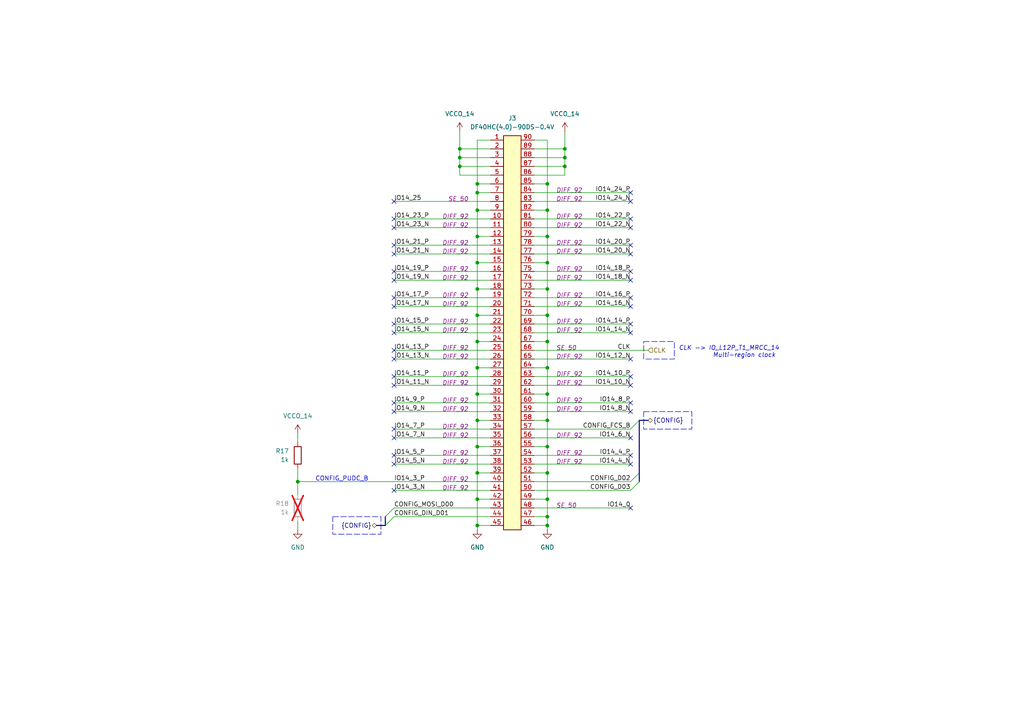
<source format=kicad_sch>
(kicad_sch (version 20250114) (generator "eeschema") (generator_version "9.0")
  (paper "A4")
  (title_block (title "nuku.carrier.template.basic") (date "2025-06-09") (rev "0") (company "Samuel López Asunción") (comment 1 "@supersmau"))
  (lib_symbols
    (symbol "DF40HC(4.0)-90DS-0.4V_1"
      (property "Reference" "J" (at 0 3.81 0))
      (property "Value" "DF40HC(4.0)-90DS-0.4V" (at 0 1.27 0))
      (symbol "DF40HC(4.0)-90DS-0.4V_1_0_1"
        (rectangle (start 0 0) (end 5.08 -114.3) (stroke (width 0.254)) (fill (type background)))
      )
      (symbol "DF40HC(4.0)-90DS-0.4V_1_1_1"
        (pin passive line (at -3.81 -1.27 0) (length 3.81) (name "") (number "1"))
        (pin passive line (at -3.81 -3.81 0) (length 3.81) (name "") (number "2"))
        (pin passive line (at -3.81 -6.35 0) (length 3.81) (name "") (number "3"))
        (pin passive line (at -3.81 -8.89 0) (length 3.81) (name "") (number "4"))
        (pin passive line (at -3.81 -11.43 0) (length 3.81) (name "") (number "5"))
        (pin passive line (at -3.81 -13.97 0) (length 3.81) (name "") (number "6"))
        (pin passive line (at -3.81 -16.51 0) (length 3.81) (name "") (number "7"))
        (pin passive line (at -3.81 -19.05 0) (length 3.81) (name "") (number "8"))
        (pin passive line (at -3.81 -21.59 0) (length 3.81) (name "") (number "9"))
        (pin passive line (at -3.81 -24.13 0) (length 3.81) (name "") (number "10"))
        (pin passive line (at -3.81 -26.67 0) (length 3.81) (name "") (number "11"))
        (pin passive line (at -3.81 -29.21 0) (length 3.81) (name "") (number "12"))
        (pin passive line (at -3.81 -31.75 0) (length 3.81) (name "") (number "13"))
        (pin passive line (at -3.81 -34.29 0) (length 3.81) (name "") (number "14"))
        (pin passive line (at -3.81 -36.83 0) (length 3.81) (name "") (number "15"))
        (pin passive line (at -3.81 -39.37 0) (length 3.81) (name "") (number "16"))
        (pin passive line (at -3.81 -41.91 0) (length 3.81) (name "") (number "17"))
        (pin passive line (at -3.81 -44.45 0) (length 3.81) (name "") (number "18"))
        (pin passive line (at -3.81 -46.99 0) (length 3.81) (name "") (number "19"))
        (pin passive line (at -3.81 -49.53 0) (length 3.81) (name "") (number "20"))
        (pin passive line (at -3.81 -52.07 0) (length 3.81) (name "") (number "21"))
        (pin passive line (at -3.81 -54.61 0) (length 3.81) (name "") (number "22"))
        (pin passive line (at -3.81 -57.15 0) (length 3.81) (name "") (number "23"))
        (pin passive line (at -3.81 -59.69 0) (length 3.81) (name "") (number "24"))
        (pin passive line (at -3.81 -62.23 0) (length 3.81) (name "") (number "25"))
        (pin passive line (at -3.81 -64.77 0) (length 3.81) (name "") (number "26"))
        (pin passive line (at -3.81 -67.31 0) (length 3.81) (name "") (number "27"))
        (pin passive line (at -3.81 -69.85 0) (length 3.81) (name "") (number "28"))
        (pin passive line (at -3.81 -72.39 0) (length 3.81) (name "") (number "29"))
        (pin passive line (at -3.81 -74.93 0) (length 3.81) (name "") (number "30"))
        (pin passive line (at -3.81 -77.47 0) (length 3.81) (name "") (number "31"))
        (pin passive line (at -3.81 -80.01 0) (length 3.81) (name "") (number "32"))
        (pin passive line (at -3.81 -82.55 0) (length 3.81) (name "") (number "33"))
        (pin passive line (at -3.81 -85.09 0) (length 3.81) (name "") (number "34"))
        (pin passive line (at -3.81 -87.63 0) (length 3.81) (name "") (number "35"))
        (pin passive line (at -3.81 -90.17 0) (length 3.81) (name "") (number "36"))
        (pin passive line (at -3.81 -92.71 0) (length 3.81) (name "") (number "37"))
        (pin passive line (at -3.81 -95.25 0) (length 3.81) (name "") (number "38"))
        (pin passive line (at -3.81 -97.79 0) (length 3.81) (name "") (number "39"))
        (pin passive line (at -3.81 -100.33 0) (length 3.81) (name "") (number "40"))
        (pin passive line (at -3.81 -102.87 0) (length 3.81) (name "") (number "41"))
        (pin passive line (at -3.81 -105.41 0) (length 3.81) (name "") (number "42"))
        (pin passive line (at -3.81 -107.95 0) (length 3.81) (name "") (number "43"))
        (pin passive line (at -3.81 -110.49 0) (length 3.81) (name "") (number "44"))
        (pin passive line (at -3.81 -113.03 0) (length 3.81) (name "") (number "45"))
        (pin passive line (at 8.89 -1.27 180) (length 3.81) (name "") (number "90"))
        (pin passive line (at 8.89 -3.81 180) (length 3.81) (name "") (number "89"))
        (pin passive line (at 8.89 -6.35 180) (length 3.81) (name "") (number "88"))
        (pin passive line (at 8.89 -8.89 180) (length 3.81) (name "") (number "87"))
        (pin passive line (at 8.89 -11.43 180) (length 3.81) (name "") (number "86"))
        (pin passive line (at 8.89 -13.97 180) (length 3.81) (name "") (number "85"))
        (pin passive line (at 8.89 -16.51 180) (length 3.81) (name "") (number "84"))
        (pin passive line (at 8.89 -19.05 180) (length 3.81) (name "") (number "83"))
        (pin passive line (at 8.89 -21.59 180) (length 3.81) (name "") (number "82"))
        (pin passive line (at 8.89 -24.13 180) (length 3.81) (name "") (number "81"))
        (pin passive line (at 8.89 -26.67 180) (length 3.81) (name "") (number "80"))
        (pin passive line (at 8.89 -29.21 180) (length 3.81) (name "") (number "79"))
        (pin passive line (at 8.89 -31.75 180) (length 3.81) (name "") (number "78"))
        (pin passive line (at 8.89 -34.29 180) (length 3.81) (name "") (number "77"))
        (pin passive line (at 8.89 -36.83 180) (length 3.81) (name "") (number "76"))
        (pin passive line (at 8.89 -39.37 180) (length 3.81) (name "") (number "75"))
        (pin passive line (at 8.89 -41.91 180) (length 3.81) (name "") (number "74"))
        (pin passive line (at 8.89 -44.45 180) (length 3.81) (name "") (number "73"))
        (pin passive line (at 8.89 -46.99 180) (length 3.81) (name "") (number "72"))
        (pin passive line (at 8.89 -49.53 180) (length 3.81) (name "") (number "71"))
        (pin passive line (at 8.89 -52.07 180) (length 3.81) (name "") (number "70"))
        (pin passive line (at 8.89 -54.61 180) (length 3.81) (name "") (number "69"))
        (pin passive line (at 8.89 -57.15 180) (length 3.81) (name "") (number "68"))
        (pin passive line (at 8.89 -59.69 180) (length 3.81) (name "") (number "67"))
        (pin passive line (at 8.89 -62.23 180) (length 3.81) (name "") (number "66"))
        (pin passive line (at 8.89 -64.77 180) (length 3.81) (name "") (number "65"))
        (pin passive line (at 8.89 -67.31 180) (length 3.81) (name "") (number "64"))
        (pin passive line (at 8.89 -69.85 180) (length 3.81) (name "") (number "63"))
        (pin passive line (at 8.89 -72.39 180) (length 3.81) (name "") (number "62"))
        (pin passive line (at 8.89 -74.93 180) (length 3.81) (name "") (number "61"))
        (pin passive line (at 8.89 -77.47 180) (length 3.81) (name "") (number "60"))
        (pin passive line (at 8.89 -80.01 180) (length 3.81) (name "") (number "59"))
        (pin passive line (at 8.89 -82.55 180) (length 3.81) (name "") (number "58"))
        (pin passive line (at 8.89 -85.09 180) (length 3.81) (name "") (number "57"))
        (pin passive line (at 8.89 -87.63 180) (length 3.81) (name "") (number "56"))
        (pin passive line (at 8.89 -90.17 180) (length 3.81) (name "") (number "55"))
        (pin passive line (at 8.89 -92.71 180) (length 3.81) (name "") (number "54"))
        (pin passive line (at 8.89 -95.25 180) (length 3.81) (name "") (number "53"))
        (pin passive line (at 8.89 -97.79 180) (length 3.81) (name "") (number "52"))
        (pin passive line (at 8.89 -100.33 180) (length 3.81) (name "") (number "51"))
        (pin passive line (at 8.89 -102.87 180) (length 3.81) (name "") (number "50"))
        (pin passive line (at 8.89 -105.41 180) (length 3.81) (name "") (number "49"))
        (pin passive line (at 8.89 -107.95 180) (length 3.81) (name "") (number "48"))
        (pin passive line (at 8.89 -110.49 180) (length 3.81) (name "") (number "47"))
        (pin passive line (at 8.89 -113.03 180) (length 3.81) (name "") (number "46"))
      )
    )
    (symbol "Device:R" (pin_numbers (hide yes)) (pin_names (offset 0))
      (property "Reference" "R" (at 2.032 0 90))
      (property "Value" "R" (at 0 0 90))
      (symbol "R_0_1"
        (rectangle (start -1.016 -2.54) (end 1.016 2.54) (stroke (width 0.254)))
      )
      (symbol "R_1_1"
        (pin passive line (at 0 3.81 270) (length 1.27) (name "~") (number "1"))
        (pin passive line (at 0 -3.81 90) (length 1.27) (name "~") (number "2"))
      )
    )
    (symbol "power:GND" (power) (pin_numbers (hide yes)) (pin_names (offset 0) (hide yes))
      (property "Value" "GND" (at 0 -3.81 0))
      (symbol "GND_0_1"
        (polyline (pts (xy 0 0) (xy 0 -1.27) (xy 1.27 -1.27) (xy 0 -2.54) (xy -1.27 -1.27) (xy 0 -1.27)))
      )
      (symbol "GND_1_1"
        (pin power_in line (at 0 0 270) (length 0) (name "~") (number "1"))
      )
    )
    (symbol "power:VCC" (power) (pin_numbers (hide yes)) (pin_names (offset 0) (hide yes))
      (property "Value" "VCC" (at 0 3.556 0))
      (symbol "VCC_0_1"
        (polyline (pts (xy -0.762 1.27) (xy 0 2.54)))
        (polyline (pts (xy 0 2.54) (xy 0.762 1.27)))
        (polyline (pts (xy 0 0) (xy 0 2.54)))
      )
      (symbol "VCC_1_1"
        (pin power_in line (at 0 0 90) (length 0) (name "~") (number "1"))
      )
    )
  )
  (rectangle (start 186.69 99.06) (end 195.58 104.14) (stroke (width 0) (type dash)))
  (rectangle (start 96.52 149.86) (end 110.49 154.94) (stroke (width 0) (type dash)))
  (rectangle (start 186.69 119.38) (end 200.66 124.46) (stroke (width 0) (type dash)))
  (text "CONFIG_PUDC_B" (at 91.44 139.7 0) (effects (font (size 1.27 1.27)) (justify left bottom)))
  (text "CLK -> IO_L12P_T1_MRCC_14\n		Multi-region clock" (at 196.85 100.33 0) (effects (font (size 1.27 1.27) (italic yes)) (justify left top)))
  (junction (at 163.83 43.18))
  (junction (at 158.75 106.68))
  (junction (at 138.43 129.54))
  (junction (at 163.83 48.26))
  (junction (at 158.75 149.86))
  (junction (at 158.75 68.58))
  (junction (at 138.43 121.92))
  (junction (at 138.43 83.82))
  (junction (at 138.43 60.96))
  (junction (at 158.75 114.3))
  (junction (at 158.75 53.34))
  (junction (at 133.35 45.72))
  (junction (at 158.75 83.82))
  (junction (at 138.43 152.4))
  (junction (at 138.43 144.78))
  (junction (at 158.75 91.44))
  (junction (at 158.75 76.2))
  (junction (at 138.43 106.68))
  (junction (at 158.75 144.78))
  (junction (at 158.75 137.16))
  (junction (at 158.75 121.92))
  (junction (at 138.43 114.3))
  (junction (at 133.35 48.26))
  (junction (at 158.75 129.54))
  (junction (at 138.43 91.44))
  (junction (at 158.75 60.96))
  (junction (at 158.75 152.4))
  (junction (at 138.43 55.88))
  (junction (at 138.43 99.06))
  (junction (at 133.35 43.18))
  (junction (at 86.36 139.7))
  (junction (at 163.83 45.72))
  (junction (at 138.43 137.16))
  (junction (at 138.43 76.2))
  (junction (at 138.43 68.58))
  (junction (at 158.75 99.06))
  (junction (at 138.43 53.34))
  (no_connect (at 182.88 81.28))
  (no_connect (at 114.3 88.9))
  (no_connect (at 182.88 109.22))
  (no_connect (at 114.3 78.74))
  (no_connect (at 114.3 81.28))
  (no_connect (at 182.88 119.38))
  (no_connect (at 182.88 66.04))
  (no_connect (at 182.88 55.88))
  (no_connect (at 114.3 86.36))
  (no_connect (at 182.88 73.66))
  (no_connect (at 182.88 132.08))
  (no_connect (at 182.88 58.42))
  (no_connect (at 114.3 109.22))
  (no_connect (at 182.88 78.74))
  (no_connect (at 182.88 88.9))
  (no_connect (at 114.3 142.24))
  (no_connect (at 114.3 134.62))
  (no_connect (at 114.3 116.84))
  (no_connect (at 182.88 116.84))
  (no_connect (at 114.3 66.04))
  (no_connect (at 182.88 63.5))
  (no_connect (at 182.88 71.12))
  (no_connect (at 114.3 104.14))
  (no_connect (at 182.88 134.62))
  (no_connect (at 114.3 127))
  (no_connect (at 114.3 96.52))
  (no_connect (at 114.3 124.46))
  (no_connect (at 182.88 127))
  (no_connect (at 182.88 147.32))
  (no_connect (at 182.88 96.52))
  (no_connect (at 182.88 93.98))
  (no_connect (at 114.3 71.12))
  (no_connect (at 114.3 63.5))
  (no_connect (at 114.3 111.76))
  (no_connect (at 114.3 132.08))
  (no_connect (at 114.3 58.42))
  (no_connect (at 114.3 119.38))
  (no_connect (at 182.88 111.76))
  (no_connect (at 182.88 104.14))
  (no_connect (at 182.88 86.36))
  (no_connect (at 114.3 101.6))
  (no_connect (at 114.3 73.66))
  (no_connect (at 114.3 93.98))
  (bus_entry (at 185.42 137.16) (size -2.54 2.54))
  (bus_entry (at 111.76 152.4) (size 2.54 -2.54))
  (bus_entry (at 111.76 149.86) (size 2.54 -2.54))
  (bus_entry (at 185.42 121.92) (size -2.54 2.54))
  (bus_entry (at 185.42 139.7) (size -2.54 2.54))
  (wire (pts (xy 154.94 111.76) (xy 182.88 111.76)))
  (wire (pts (xy 158.75 40.64) (xy 158.75 53.34)))
  (bus (pts (xy 185.42 121.92) (xy 185.42 137.16)))
  (wire (pts (xy 154.94 139.7) (xy 182.88 139.7)))
  (wire (pts (xy 138.43 99.06) (xy 138.43 91.44)))
  (wire (pts (xy 158.75 60.96) (xy 154.94 60.96)))
  (wire (pts (xy 154.94 73.66) (xy 182.88 73.66)))
  (wire (pts (xy 138.43 68.58) (xy 142.24 68.58)))
  (wire (pts (xy 114.3 66.04) (xy 142.24 66.04)))
  (wire (pts (xy 138.43 76.2) (xy 138.43 68.58)))
  (wire (pts (xy 138.43 40.64) (xy 138.43 53.34)))
  (wire (pts (xy 154.94 58.42) (xy 182.88 58.42)))
  (wire (pts (xy 154.94 147.32) (xy 182.88 147.32)))
  (wire (pts (xy 86.36 125.73) (xy 86.36 128.27)))
  (wire (pts (xy 114.3 78.74) (xy 142.24 78.74)))
  (wire (pts (xy 158.75 114.3) (xy 158.75 121.92)))
  (wire (pts (xy 158.75 99.06) (xy 158.75 106.68)))
  (wire (pts (xy 154.94 78.74) (xy 182.88 78.74)))
  (wire (pts (xy 154.94 104.14) (xy 182.88 104.14)))
  (wire (pts (xy 154.94 81.28) (xy 182.88 81.28)))
  (wire (pts (xy 138.43 83.82) (xy 138.43 76.2)))
  (wire (pts (xy 138.43 83.82) (xy 142.24 83.82)))
  (wire (pts (xy 158.75 83.82) (xy 158.75 76.2)))
  (wire (pts (xy 133.35 43.18) (xy 133.35 45.72)))
  (wire (pts (xy 158.75 144.78) (xy 158.75 149.86)))
  (wire (pts (xy 114.3 71.12) (xy 142.24 71.12)))
  (wire (pts (xy 158.75 76.2) (xy 158.75 68.58)))
  (bus (pts (xy 111.76 152.4) (xy 111.76 149.86)))
  (wire (pts (xy 142.24 40.64) (xy 138.43 40.64)))
  (wire (pts (xy 138.43 68.58) (xy 138.43 60.96)))
  (wire (pts (xy 154.94 96.52) (xy 182.88 96.52)))
  (wire (pts (xy 154.94 134.62) (xy 182.88 134.62)))
  (wire (pts (xy 114.3 73.66) (xy 142.24 73.66)))
  (wire (pts (xy 158.75 152.4) (xy 158.75 153.67)))
  (wire (pts (xy 114.3 142.24) (xy 142.24 142.24)))
  (wire (pts (xy 154.94 116.84) (xy 182.88 116.84)))
  (wire (pts (xy 138.43 114.3) (xy 142.24 114.3)))
  (wire (pts (xy 114.3 86.36) (xy 142.24 86.36)))
  (wire (pts (xy 138.43 99.06) (xy 138.43 106.68)))
  (wire (pts (xy 158.75 106.68) (xy 158.75 114.3)))
  (wire (pts (xy 114.3 88.9) (xy 142.24 88.9)))
  (wire (pts (xy 138.43 91.44) (xy 142.24 91.44)))
  (wire (pts (xy 138.43 60.96) (xy 142.24 60.96)))
  (wire (pts (xy 154.94 86.36) (xy 182.88 86.36)))
  (wire (pts (xy 158.75 129.54) (xy 154.94 129.54)))
  (wire (pts (xy 158.75 91.44) (xy 154.94 91.44)))
  (wire (pts (xy 138.43 55.88) (xy 142.24 55.88)))
  (wire (pts (xy 138.43 53.34) (xy 142.24 53.34)))
  (wire (pts (xy 114.3 81.28) (xy 142.24 81.28)))
  (wire (pts (xy 163.83 48.26) (xy 163.83 45.72)))
  (wire (pts (xy 154.94 93.98) (xy 182.88 93.98)))
  (wire (pts (xy 133.35 45.72) (xy 142.24 45.72)))
  (wire (pts (xy 158.75 144.78) (xy 154.94 144.78)))
  (wire (pts (xy 154.94 101.6) (xy 187.96 101.6)))
  (wire (pts (xy 114.3 63.5) (xy 142.24 63.5)))
  (wire (pts (xy 158.75 99.06) (xy 158.75 91.44)))
  (wire (pts (xy 138.43 76.2) (xy 142.24 76.2)))
  (wire (pts (xy 114.3 147.32) (xy 142.24 147.32)))
  (wire (pts (xy 138.43 137.16) (xy 138.43 144.78)))
  (wire (pts (xy 86.36 139.7) (xy 142.24 139.7)))
  (wire (pts (xy 154.94 63.5) (xy 182.88 63.5)))
  (wire (pts (xy 158.75 137.16) (xy 154.94 137.16)))
  (wire (pts (xy 114.3 119.38) (xy 142.24 119.38)))
  (wire (pts (xy 154.94 48.26) (xy 163.83 48.26)))
  (wire (pts (xy 163.83 43.18) (xy 163.83 45.72)))
  (wire (pts (xy 142.24 106.68) (xy 138.43 106.68)))
  (wire (pts (xy 158.75 129.54) (xy 158.75 137.16)))
  (wire (pts (xy 138.43 99.06) (xy 142.24 99.06)))
  (wire (pts (xy 114.3 132.08) (xy 142.24 132.08)))
  (wire (pts (xy 154.94 132.08) (xy 182.88 132.08)))
  (wire (pts (xy 158.75 68.58) (xy 154.94 68.58)))
  (wire (pts (xy 114.3 93.98) (xy 142.24 93.98)))
  (wire (pts (xy 154.94 142.24) (xy 182.88 142.24)))
  (wire (pts (xy 154.94 106.68) (xy 158.75 106.68)))
  (wire (pts (xy 133.35 50.8) (xy 142.24 50.8)))
  (wire (pts (xy 138.43 144.78) (xy 138.43 152.4)))
  (wire (pts (xy 138.43 60.96) (xy 138.43 55.88)))
  (wire (pts (xy 133.35 50.8) (xy 133.35 48.26)))
  (wire (pts (xy 158.75 53.34) (xy 158.75 60.96)))
  (bus (pts (xy 109.22 152.4) (xy 111.76 152.4)))
  (wire (pts (xy 138.43 129.54) (xy 138.43 137.16)))
  (wire (pts (xy 138.43 137.16) (xy 142.24 137.16)))
  (bus (pts (xy 185.42 137.16) (xy 185.42 139.7)))
  (wire (pts (xy 138.43 144.78) (xy 142.24 144.78)))
  (wire (pts (xy 138.43 55.88) (xy 138.43 53.34)))
  (wire (pts (xy 138.43 114.3) (xy 138.43 121.92)))
  (wire (pts (xy 154.94 40.64) (xy 158.75 40.64)))
  (wire (pts (xy 154.94 124.46) (xy 182.88 124.46)))
  (wire (pts (xy 138.43 106.68) (xy 138.43 114.3)))
  (wire (pts (xy 154.94 45.72) (xy 163.83 45.72)))
  (wire (pts (xy 114.3 111.76) (xy 142.24 111.76)))
  (wire (pts (xy 138.43 152.4) (xy 138.43 153.67)))
  (wire (pts (xy 154.94 109.22) (xy 182.88 109.22)))
  (wire (pts (xy 138.43 91.44) (xy 138.43 83.82)))
  (bus (pts (xy 187.96 121.92) (xy 185.42 121.92)))
  (wire (pts (xy 133.35 43.18) (xy 142.24 43.18)))
  (wire (pts (xy 86.36 139.7) (xy 86.36 143.51)))
  (wire (pts (xy 114.3 58.42) (xy 142.24 58.42)))
  (wire (pts (xy 154.94 71.12) (xy 182.88 71.12)))
  (wire (pts (xy 154.94 88.9) (xy 182.88 88.9)))
  (wire (pts (xy 138.43 121.92) (xy 138.43 129.54)))
  (wire (pts (xy 158.75 152.4) (xy 154.94 152.4)))
  (wire (pts (xy 154.94 50.8) (xy 163.83 50.8)))
  (wire (pts (xy 86.36 135.89) (xy 86.36 139.7)))
  (wire (pts (xy 154.94 119.38) (xy 182.88 119.38)))
  (wire (pts (xy 138.43 152.4) (xy 142.24 152.4)))
  (wire (pts (xy 114.3 116.84) (xy 142.24 116.84)))
  (wire (pts (xy 158.75 53.34) (xy 154.94 53.34)))
  (wire (pts (xy 158.75 137.16) (xy 158.75 144.78)))
  (wire (pts (xy 133.35 48.26) (xy 133.35 45.72)))
  (wire (pts (xy 114.3 104.14) (xy 142.24 104.14)))
  (wire (pts (xy 114.3 134.62) (xy 142.24 134.62)))
  (wire (pts (xy 138.43 129.54) (xy 142.24 129.54)))
  (wire (pts (xy 163.83 38.1) (xy 163.83 43.18)))
  (wire (pts (xy 114.3 109.22) (xy 142.24 109.22)))
  (wire (pts (xy 158.75 121.92) (xy 154.94 121.92)))
  (wire (pts (xy 158.75 121.92) (xy 158.75 129.54)))
  (wire (pts (xy 158.75 99.06) (xy 154.94 99.06)))
  (wire (pts (xy 154.94 43.18) (xy 163.83 43.18)))
  (wire (pts (xy 114.3 149.86) (xy 142.24 149.86)))
  (wire (pts (xy 133.35 38.1) (xy 133.35 43.18)))
  (wire (pts (xy 163.83 50.8) (xy 163.83 48.26)))
  (wire (pts (xy 154.94 127) (xy 182.88 127)))
  (wire (pts (xy 158.75 114.3) (xy 154.94 114.3)))
  (wire (pts (xy 114.3 96.52) (xy 142.24 96.52)))
  (wire (pts (xy 158.75 76.2) (xy 154.94 76.2)))
  (wire (pts (xy 86.36 151.13) (xy 86.36 153.67)))
  (wire (pts (xy 138.43 121.92) (xy 142.24 121.92)))
  (wire (pts (xy 154.94 66.04) (xy 182.88 66.04)))
  (wire (pts (xy 158.75 149.86) (xy 158.75 152.4)))
  (wire (pts (xy 133.35 48.26) (xy 142.24 48.26)))
  (wire (pts (xy 114.3 127) (xy 142.24 127)))
  (wire (pts (xy 154.94 55.88) (xy 182.88 55.88)))
  (wire (pts (xy 158.75 91.44) (xy 158.75 83.82)))
  (wire (pts (xy 114.3 101.6) (xy 142.24 101.6)))
  (wire (pts (xy 114.3 124.46) (xy 142.24 124.46)))
  (wire (pts (xy 154.94 149.86) (xy 158.75 149.86)))
  (wire (pts (xy 158.75 83.82) (xy 154.94 83.82)))
  (wire (pts (xy 158.75 68.58) (xy 158.75 60.96)))
  (label "IO14_10_P" (at 182.88 109.22 180) (property "Netclass" "DIFF_92" (at 161.29 109.22 0) (effects (font (italic yes)) (justify left bottom))))
  (label "IO14_17_N" (at 114.3 88.9 0) (property "Netclass" "DIFF_92" (at 135.89 88.9 0) (effects (font (italic yes)) (justify right bottom))))
  (label "IO14_15_N" (at 114.3 96.52 0) (property "Netclass" "DIFF_92" (at 135.89 96.52 0) (effects (font (italic yes)) (justify right bottom))))
  (label "CONFIG_D03" (at 182.88 142.24 180))
  (label "IO14_17_P" (at 114.3 86.36 0) (property "Netclass" "DIFF_92" (at 135.89 86.36 0) (effects (font (italic yes)) (justify right bottom))))
  (label "IO14_18_P" (at 182.88 78.74 180) (property "Netclass" "DIFF_92" (at 161.29 78.74 0) (effects (font (italic yes)) (justify left bottom))))
  (label "IO14_25" (at 114.3 58.42 0) (property "Netclass" "SE_50" (at 135.89 58.42 0) (effects (font (italic yes)) (justify right bottom))))
  (label "IO14_21_N" (at 114.3 73.66 0) (property "Netclass" "DIFF_92" (at 135.89 73.66 0) (effects (font (italic yes)) (justify right bottom))))
  (label "IO14_12_N" (at 182.88 104.14 180) (property "Netclass" "DIFF_92" (at 161.29 104.14 0) (effects (font (italic yes)) (justify left bottom))))
  (label "CONFIG_MOSI_D00" (at 114.3 147.32 0))
  (label "IO14_13_P" (at 114.3 101.6 0) (property "Netclass" "DIFF_92" (at 135.89 101.6 0) (effects (font (italic yes)) (justify right bottom))))
  (label "IO14_11_N" (at 114.3 111.76 0) (property "Netclass" "DIFF_92" (at 135.89 111.76 0) (effects (font (italic yes)) (justify right bottom))))
  (label "IO14_22_N" (at 182.88 66.04 180) (property "Netclass" "DIFF_92" (at 161.29 66.04 0) (effects (font (italic yes)) (justify left bottom))))
  (label "IO14_23_N" (at 114.3 66.04 0) (property "Netclass" "DIFF_92" (at 135.89 66.04 0) (effects (font (italic yes)) (justify right bottom))))
  (label "IO14_19_N" (at 114.3 81.28 0) (property "Netclass" "DIFF_92" (at 135.89 81.28 0) (effects (font (italic yes)) (justify right bottom))))
  (label "IO14_9_P" (at 114.3 116.84 0) (property "Netclass" "DIFF_92" (at 135.89 116.84 0) (effects (font (italic yes)) (justify right bottom))))
  (label "IO14_8_N" (at 182.88 119.38 180) (property "Netclass" "DIFF_92" (at 161.29 119.38 0) (effects (font (italic yes)) (justify left bottom))))
  (label "CONFIG_DIN_D01" (at 114.3 149.86 0))
  (label "IO14_7_P" (at 114.3 124.46 0) (property "Netclass" "DIFF_92" (at 135.89 124.46 0) (effects (font (italic yes)) (justify right bottom))))
  (label "IO14_23_P" (at 114.3 63.5 0) (property "Netclass" "DIFF_92" (at 135.89 63.5 0) (effects (font (italic yes)) (justify right bottom))))
  (label "IO14_20_N" (at 182.88 73.66 180) (property "Netclass" "DIFF_92" (at 161.29 73.66 0) (effects (font (italic yes)) (justify left bottom))))
  (label "IO14_19_P" (at 114.3 78.74 0) (property "Netclass" "DIFF_92" (at 135.89 78.74 0) (effects (font (italic yes)) (justify right bottom))))
  (label "IO14_3_P" (at 114.3 139.7 0) (property "Netclass" "DIFF_92" (at 135.89 139.7 0) (effects (font (italic yes)) (justify right bottom))))
  (label "IO14_15_P" (at 114.3 93.98 0) (property "Netclass" "DIFF_92" (at 135.89 93.98 0) (effects (font (italic yes)) (justify right bottom))))
  (label "IO14_16_N" (at 182.88 88.9 180) (property "Netclass" "DIFF_92" (at 161.29 88.9 0) (effects (font (italic yes)) (justify left bottom))))
  (label "IO14_5_P" (at 114.3 132.08 0) (property "Netclass" "DIFF_92" (at 135.89 132.08 0) (effects (font (italic yes)) (justify right bottom))))
  (label "IO14_4_N" (at 182.88 134.62 180) (property "Netclass" "DIFF_92" (at 161.29 134.62 0) (effects (font (italic yes)) (justify left bottom))))
  (label "IO14_21_P" (at 114.3 71.12 0) (property "Netclass" "DIFF_92" (at 135.89 71.12 0) (effects (font (italic yes)) (justify right bottom))))
  (label "IO14_5_N" (at 114.3 134.62 0) (property "Netclass" "DIFF_92" (at 135.89 134.62 0) (effects (font (italic yes)) (justify right bottom))))
  (label "CONFIG_FCS_B" (at 182.88 124.46 180))
  (label "IO14_3_N" (at 114.3 142.24 0) (property "Netclass" "DIFF_92" (at 135.89 142.24 0) (effects (font (italic yes)) (justify right bottom))))
  (label "IO14_13_N" (at 114.3 104.14 0) (property "Netclass" "DIFF_92" (at 135.89 104.14 0) (effects (font (italic yes)) (justify right bottom))))
  (label "IO14_14_P" (at 182.88 93.98 180) (property "Netclass" "DIFF_92" (at 161.29 93.98 0) (effects (font (italic yes)) (justify left bottom))))
  (label "IO14_14_N" (at 182.88 96.52 180) (property "Netclass" "DIFF_92" (at 161.29 96.52 0) (effects (font (italic yes)) (justify left bottom))))
  (label "IO14_10_N" (at 182.88 111.76 180) (property "Netclass" "DIFF_92" (at 161.29 111.76 0) (effects (font (italic yes)) (justify left bottom))))
  (label "IO14_7_N" (at 114.3 127 0) (property "Netclass" "DIFF_92" (at 135.89 127 0) (effects (font (italic yes)) (justify right bottom))))
  (label "IO14_0" (at 182.88 147.32 180) (property "Netclass" "SE_50" (at 161.29 147.32 0) (effects (font (italic yes)) (justify left bottom))))
  (label "IO14_16_P" (at 182.88 86.36 180) (property "Netclass" "DIFF_92" (at 161.29 86.36 0) (effects (font (italic yes)) (justify left bottom))))
  (label "IO14_8_P" (at 182.88 116.84 180) (property "Netclass" "DIFF_92" (at 161.29 116.84 0) (effects (font (italic yes)) (justify left bottom))))
  (label "IO14_4_P" (at 182.88 132.08 180) (property "Netclass" "DIFF_92" (at 161.29 132.08 0) (effects (font (italic yes)) (justify left bottom))))
  (label "IO14_11_P" (at 114.3 109.22 0) (property "Netclass" "DIFF_92" (at 135.89 109.22 0) (effects (font (italic yes)) (justify right bottom))))
  (label "IO14_20_P" (at 182.88 71.12 180) (property "Netclass" "DIFF_92" (at 161.29 71.12 0) (effects (font (italic yes)) (justify left bottom))))
  (label "IO14_24_N" (at 182.88 58.42 180) (property "Netclass" "DIFF_92" (at 161.29 58.42 0) (effects (font (italic yes)) (justify left bottom))))
  (label "CLK" (at 182.88 101.6 180) (property "Netclass" "SE_50" (at 161.29 101.6 0) (effects (font (italic yes)) (justify left bottom))))
  (label "CONFIG_D02" (at 182.88 139.7 180))
  (label "IO14_24_P" (at 182.88 55.88 180) (property "Netclass" "DIFF_92" (at 161.29 55.88 0) (effects (font (italic yes)) (justify left bottom))))
  (label "IO14_22_P" (at 182.88 63.5 180) (property "Netclass" "DIFF_92" (at 161.29 63.5 0) (effects (font (italic yes)) (justify left bottom))))
  (label "IO14_9_N" (at 114.3 119.38 0) (property "Netclass" "DIFF_92" (at 135.89 119.38 0) (effects (font (italic yes)) (justify right bottom))))
  (label "IO14_6_N" (at 182.88 127 180) (property "Netclass" "DIFF_92" (at 161.29 127 0) (effects (font (italic yes)) (justify left bottom))))
  (label "IO14_18_N" (at 182.88 81.28 180) (property "Netclass" "DIFF_92" (at 161.29 81.28 0) (effects (font (italic yes)) (justify left bottom))))
  (hierarchical_label "{CONFIG}" (shape bidirectional) (at 187.96 121.92 0))
  (hierarchical_label "{CONFIG}" (shape bidirectional) (at 109.22 152.4 180))
  (hierarchical_label "CLK" (shape input) (at 187.96 101.6 0))
  (symbol (lib_id "power:VCC") (at 163.83 38.1 0) (unit 1)
    (property "Reference" "#PWR014" (effects (hide yes)))
    (property "Value" "VCCO_14" (at 163.83 33.02 0))
    (property "Description" "Power symbol creates a global label with name \"VCC\"" (effects (hide yes)))
  )
  (symbol (lib_id "power:GND") (at 158.75 153.67 0) (mirror y) (unit 1)
    (property "Reference" "#PWR018" (effects (hide yes)))
    (property "Value" "GND" (at 158.75 158.75 0))
    (property "Description" "Power symbol creates a global label with name \"GND\" , ground" (effects (hide yes)))
  )
  (symbol (lib_id "power:GND") (at 86.36 153.67 0) (mirror y) (unit 1)
    (property "Reference" "#PWR062" (effects (hide yes)))
    (property "Value" "GND" (at 86.36 158.75 0))
    (property "Description" "Power symbol creates a global label with name \"GND\" , ground" (effects (hide yes)))
  )
  (symbol (lib_id "Device:R") (at 86.36 147.32 0) (mirror x) (unit 1) (in_bom no) (dnp yes)
    (property "Reference" "R18" (at 83.82 146.0499 0) (effects (justify right)))
    (property "Value" "1k" (at 83.82 148.5899 0) (effects (justify right)))
    (property "Footprint" "Resistor_SMD:R_0402_1005Metric" (effects (hide yes)))
    (property "Description" "Resistor" (effects (hide yes)))
    (property "LCSC" "C11702" (effects (hide yes)))
  )
  (symbol (lib_name "DF40HC(4.0)-90DS-0.4V_1") (lib_id "nuku:DF40HC(4.0)-90DS-0.4V") (at 146.05 39.37 0) (unit 1)
    (property "Reference" "J3" (at 148.59 34.29 0))
    (property "Value" "DF40HC(4.0)-90DS-0.4V" (at 148.59 36.83 0))
    (property "Footprint" "nuku:DF40HC(4.0)-90DS-0.4V" (effects (hide yes)))
    (property "Datasheet" "https://www.lcsc.com/datasheet/lcsc_datasheet_2006112253_HRS-Hirose-DF40HC-4-0-90DS-0-4V-51_C597947.pdf" (effects (hide yes)))
    (property "LCSC" "C597947" (effects (hide yes)))
  )
  (symbol (lib_id "Device:R") (at 86.36 132.08 0) (mirror x) (unit 1)
    (property "Reference" "R17" (at 83.82 130.8099 0) (effects (justify right)))
    (property "Value" "1k" (at 83.82 133.3499 0) (effects (justify right)))
    (property "Footprint" "Resistor_SMD:R_0402_1005Metric" (effects (hide yes)))
    (property "Description" "Resistor" (effects (hide yes)))
    (property "LCSC" "C11702" (effects (hide yes)))
  )
  (symbol (lib_id "power:VCC") (at 86.36 125.73 0) (mirror y) (unit 1)
    (property "Reference" "#PWR060" (effects (hide yes)))
    (property "Value" "VCCO_14" (at 86.36 120.65 0))
    (property "Description" "Power symbol creates a global label with name \"VCC\"" (effects (hide yes)))
  )
  (symbol (lib_id "power:GND") (at 138.43 153.67 0) (unit 1)
    (property "Reference" "#PWR017" (effects (hide yes)))
    (property "Value" "GND" (at 138.43 158.75 0))
    (property "Description" "Power symbol creates a global label with name \"GND\" , ground" (effects (hide yes)))
  )
  (symbol (lib_id "power:VCC") (at 133.35 38.1 0) (unit 1)
    (property "Reference" "#PWR013" (effects (hide yes)))
    (property "Value" "VCCO_14" (at 133.35 33.02 0))
    (property "Description" "Power symbol creates a global label with name \"VCC\"" (effects (hide yes)))
  )
)
</source>
